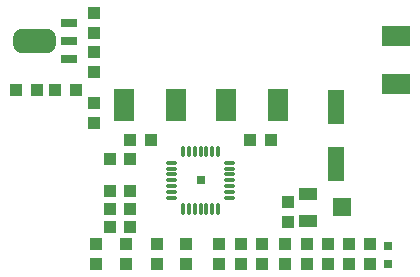
<source format=gbr>
G04 EAGLE Gerber RS-274X export*
G75*
%MOMM*%
%FSLAX34Y34*%
%LPD*%
%INSolderpaste Top*%
%IPPOS*%
%AMOC8*
5,1,8,0,0,1.08239X$1,22.5*%
G01*
%ADD10R,1.100000X1.000000*%
%ADD11R,1.000000X1.100000*%
%ADD12R,0.800000X0.800000*%
%ADD13R,1.400000X0.800000*%
%ADD14C,1.524000*%
%ADD15R,1.600200X1.092200*%
%ADD16R,1.600200X1.600200*%
%ADD17R,1.800000X2.700000*%
%ADD18C,0.300000*%
%ADD19R,0.685800X0.685800*%
%ADD20R,2.400000X1.800000*%
%ADD21R,1.400000X3.000000*%


D10*
X42300Y228600D03*
X59300Y228600D03*
D11*
X74930Y244230D03*
X74930Y261230D03*
D12*
X324104Y96654D03*
X324104Y81654D03*
D11*
X308610Y81670D03*
X308610Y98670D03*
X74930Y294250D03*
X74930Y277250D03*
D13*
X54100Y255520D03*
X54100Y285500D03*
X54090Y270510D03*
D14*
X35520Y273050D02*
X35520Y267970D01*
X14260Y267970D01*
X14260Y273050D01*
X35520Y273050D01*
D10*
X9280Y228600D03*
X26280Y228600D03*
D15*
X256296Y141088D03*
D16*
X284724Y129540D03*
D15*
X256296Y117992D03*
D17*
X99920Y215900D03*
X143920Y215900D03*
X230280Y215900D03*
X186280Y215900D03*
D18*
X143899Y167400D02*
X137501Y167400D01*
X137501Y162400D02*
X143899Y162400D01*
X143900Y157400D02*
X137502Y157400D01*
X137502Y152400D02*
X143900Y152400D01*
X143901Y147400D02*
X137503Y147400D01*
X137503Y142400D02*
X143901Y142400D01*
X143900Y137400D02*
X137502Y137400D01*
X150100Y131200D02*
X150100Y124802D01*
X155100Y124801D02*
X155100Y131199D01*
X160100Y131200D02*
X160100Y124802D01*
X165100Y124802D02*
X165100Y131200D01*
X170100Y131199D02*
X170100Y124801D01*
X175100Y124802D02*
X175100Y131200D01*
X180100Y131200D02*
X180100Y124802D01*
X186300Y137400D02*
X192698Y137400D01*
X192699Y142400D02*
X186301Y142400D01*
X186301Y147400D02*
X192699Y147400D01*
X192698Y152400D02*
X186300Y152400D01*
X186301Y157400D02*
X192699Y157400D01*
X192699Y162400D02*
X186301Y162400D01*
X186300Y167400D02*
X192698Y167400D01*
X180100Y173600D02*
X180100Y179998D01*
X175100Y179999D02*
X175100Y173601D01*
X170100Y173601D02*
X170100Y179999D01*
X165100Y179999D02*
X165100Y173601D01*
X160100Y173601D02*
X160100Y179999D01*
X155100Y179999D02*
X155100Y173601D01*
X150100Y173600D02*
X150100Y179998D01*
D19*
X165100Y152400D03*
D11*
X180340Y98670D03*
X180340Y81670D03*
D10*
X88528Y143764D03*
X105528Y143764D03*
D11*
X217170Y98670D03*
X217170Y81670D03*
D10*
X122800Y186690D03*
X105800Y186690D03*
X207400Y186690D03*
X224400Y186690D03*
X105528Y113030D03*
X88528Y113030D03*
X105528Y128524D03*
X88528Y128524D03*
D20*
X330200Y233750D03*
X330200Y274250D03*
D21*
X279400Y166500D03*
X279400Y214500D03*
D11*
X76200Y81670D03*
X76200Y98670D03*
X101600Y81670D03*
X101600Y98670D03*
X128270Y81670D03*
X128270Y98670D03*
X199390Y81670D03*
X199390Y98670D03*
X152400Y81670D03*
X152400Y98670D03*
D10*
X105528Y170434D03*
X88528Y170434D03*
D11*
X273050Y81670D03*
X273050Y98670D03*
X236220Y81670D03*
X236220Y98670D03*
X238760Y117230D03*
X238760Y134230D03*
X74930Y201050D03*
X74930Y218050D03*
X290830Y81670D03*
X290830Y98670D03*
X255270Y81670D03*
X255270Y98670D03*
M02*

</source>
